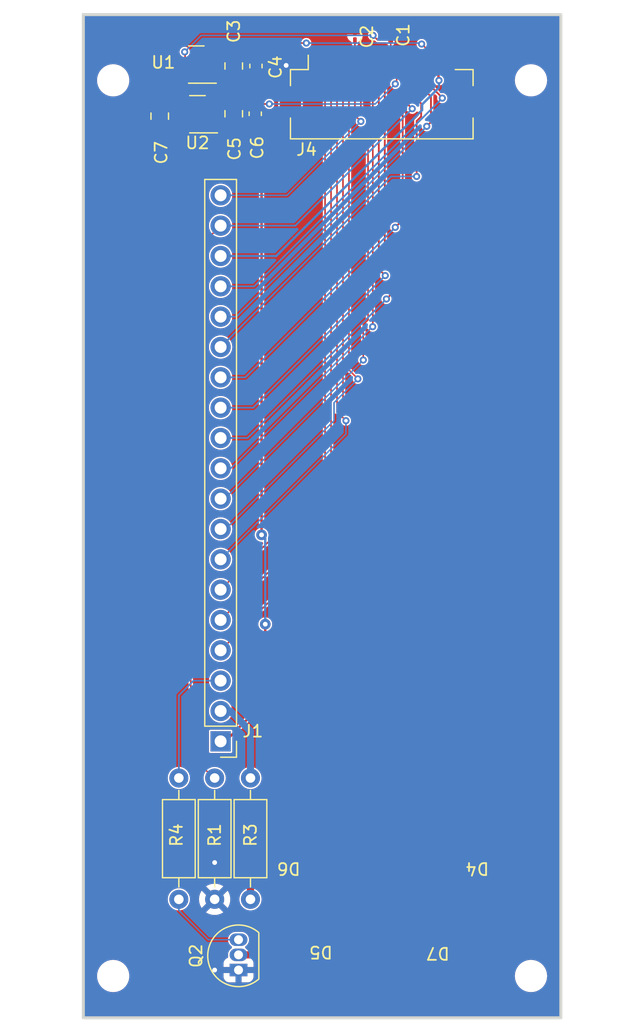
<source format=kicad_pcb>
(kicad_pcb (version 20211014) (generator pcbnew)
  (layers (0 "F.Cu" signal "Front") (31 "B.Cu" signal "Back") (34 "B.Paste" user) (35 "F.Paste" user) (36 "B.SilkS" user "B.Silkscreen") (37 "F.SilkS" user "F.Silkscreen") (38 "B.Mask" user) (39 "F.Mask" user) (44 "Edge.Cuts" user))
  (net 0 "")
  (net 1 "GND")
  (net 2 "3V3")
  (net 3 "/Camera Module/CSI_PCLK")
  (net 4 "CSI_2.8V")
  (net 5 "CSI_1.2V")
  (net 6 "/Camera Module/Vbat")
  (net 7 "/Camera Module/V_led_switch-")
  (net 8 "/Camera Module/CSI_D0")
  (net 9 "/Camera Module/CSI_D1")
  (net 10 "/Camera Module/CSI_D2")
  (net 11 "/Camera Module/CSI_D3")
  (net 12 "/Camera Module/CSI_D4")
  (net 13 "/Camera Module/CSI_D5")
  (net 14 "/Camera Module/CSI_D6")
  (net 15 "/Camera Module/CSI_D7")
  (net 16 "/Camera Module/CSI_MCLK")
  (net 17 "/Camera Module/CSI_HSYNC")
  (net 18 "/Camera Module/CSI_VSYNC")
  (net 19 "/Camera Module/CAM_RST")
  (net 20 "/Camera Module/TWI_SCK")
  (net 21 "/Camera Module/TWI_SDA")
  (net 22 "/Camera Module/PWDN")
  (net 26 "Net-(D5-Pad1)")
  (net 27 "Net-(Q2-Pad3)")
  (net 28 "Net-(D4-Pad2)")
  (net 29 "Net-(D4-Pad1)")
  (footprint "MountingHole:MountingHole_2.2mm_M2" (layer "F.Cu") (at 92.5 72.5)
    (fp_text reference "REF**" hide)
    (fp_text value "MountingHole_2.2mm_M2")
    (pad "" np_thru_hole circle (at 0 0) (size 2.2 2.2) (drill 2.2) (layers *.Cu *.Mask))
  )
  (footprint "LED:SFH 4253" (layer "F.Cu") (at 123 145.9 180)
    (fp_text reference "D7" (at 3.3 0.3 180 unlocked) (layer "F.SilkS"))
    (fp_text value "LED")
    (pad "1" smd roundrect (at 0 -2 180) (size 2.6 2.5) (layers "F.Cu" "F.Paste" "F.Mask") (net 26 "Net-(D5-Pad1)"))
    (pad "2" smd roundrect (at 0 2 180) (size 2.6 2.5) (layers "F.Cu" "F.Paste" "F.Mask") (net 29 "Net-(D4-Pad1)"))
  )
  (footprint "Capacitor_SMD:C_0603_1608Metric_Pad1.08x0.95mm_HandSolder" (layer "F.Cu") (at 104.4 75.3 -90)
    (fp_text reference "C6" (at 2.84 -0.16 90) (layer "F.SilkS"))
    (fp_text value "100n")
    (fp_line (start -0.146267 0.51) (end 0.146267 0.51) (layer "F.SilkS") (width 0.12))
    (fp_line (start -0.146267 -0.51) (end 0.146267 -0.51) (layer "F.SilkS") (width 0.12))
    (pad "1" smd roundrect (at -0.8625 0 270) (size 1.075 0.95) (layers "F.Cu" "F.Paste" "F.Mask") (net 5 "CSI_1.2V"))
    (pad "2" smd roundrect (at 0.8625 0 270) (size 1.075 0.95) (layers "F.Cu" "F.Paste" "F.Mask") (net 1 "GND"))
  )
  (footprint "Package_TO_SOT_THT:TO-92L_Inline" (layer "F.Cu") (at 103 147 90)
    (fp_text reference "Q2" (at 1.19 -3.56 90) (layer "F.SilkS"))
    (fp_text value "Q_NMOS_DSG")
    (fp_line (start -0.75 1.7) (end 3.1 1.7) (layer "F.SilkS") (width 0.12))
    (fp_arc (start -0.75 1.7) (mid 1.183448 -2.579449) (end 3.138611 1.690122) (layer "F.SilkS") (width 0.12))
    (pad "1" thru_hole rect (at 0 0 90) (size 1.05 1.5) (drill 0.75) (layers *.Cu *.Mask) (net 1 "GND"))
    (pad "2" thru_hole oval (at 1.27 0 90) (size 1.05 1.5) (drill 0.75) (layers *.Cu *.Mask) (net 26 "Net-(D5-Pad1)"))
    (pad "3" thru_hole oval (at 2.54 0 90) (size 1.05 1.5) (drill 0.75) (layers *.Cu *.Mask) (net 27 "Net-(Q2-Pad3)"))
  )
  (footprint "Capacitor_SMD:C_01005_0402Metric_Pad0.57x0.30mm_HandSolder" (layer "F.Cu") (at 112.75 68.84 -90)
    (fp_text reference "C2" (at 0 -1 90) (layer "F.SilkS"))
    (fp_text value "15pF")
    (pad "1" smd roundrect (at -0.3375 0 270) (size 0.575 0.3) (layers "F.Cu" "F.Mask") (net 1 "GND"))
    (pad "2" smd roundrect (at 0.3375 0 270) (size 0.575 0.3) (layers "F.Cu" "F.Mask") (net 3 "/Camera Module/CSI_PCLK"))
  )
  (footprint "Resistor_THT:R_Axial_DIN0207_L6.3mm_D2.5mm_P10.16mm_Horizontal" (layer "F.Cu") (at 101 141.08 90)
    (fp_text reference "R1" (at 5.38 0 90) (layer "F.SilkS"))
    (fp_text value "1k")
    (fp_line (start 9.12 0) (end 8.35 0) (layer "F.SilkS") (width 0.12))
    (fp_line (start 8.35 -1.37) (end 1.81 -1.37) (layer "F.SilkS") (width 0.12))
    (fp_line (start 1.81 1.37) (end 8.35 1.37) (layer "F.SilkS") (width 0.12))
    (fp_line (start 1.81 -1.37) (end 1.81 1.37) (layer "F.SilkS") (width 0.12))
    (fp_line (start 8.35 1.37) (end 8.35 -1.37) (layer "F.SilkS") (width 0.12))
    (fp_line (start 1.04 0) (end 1.81 0) (layer "F.SilkS") (width 0.12))
    (pad "1" thru_hole circle (at 0 0 90) (size 1.6 1.6) (drill 0.8) (layers *.Cu *.Mask) (net 1 "GND"))
    (pad "2" thru_hole oval (at 10.16 0 90) (size 1.6 1.6) (drill 0.8) (layers *.Cu *.Mask) (net 22 "/Camera Module/PWDN"))
  )
  (footprint "Package_TO_SOT_SMD:SOT-23" (layer "F.Cu") (at 99.56 75.34 180)
    (fp_text reference "U2" (at 0 -2.4) (layer "F.SilkS"))
    (fp_text value "XC6206-1.2V")
    (fp_line (start 0 1.56) (end 0.65 1.56) (layer "F.SilkS") (width 0.12))
    (fp_line (start 0 -1.56) (end -1.675 -1.56) (layer "F.SilkS") (width 0.12))
    (fp_line (start 0 -1.56) (end 0.65 -1.56) (layer "F.SilkS") (width 0.12))
    (fp_line (start 0 1.56) (end -0.65 1.56) (layer "F.SilkS") (width 0.12))
    (pad "1" smd roundrect (at -0.9375 -0.95 180) (size 1.475 0.6) (layers "F.Cu" "F.Paste" "F.Mask") (net 1 "GND"))
    (pad "2" smd roundrect (at -0.9375 0.95 180) (size 1.475 0.6) (layers "F.Cu" "F.Paste" "F.Mask") (net 5 "CSI_1.2V"))
    (pad "3" smd roundrect (at 0.9375 0 180) (size 1.475 0.6) (layers "F.Cu" "F.Paste" "F.Mask") (net 2 "3V3"))
  )
  (footprint "Resistor_THT:R_Axial_DIN0207_L6.3mm_D2.5mm_P10.16mm_Horizontal" (layer "F.Cu") (at 104 130.92 -90)
    (fp_text reference "R3" (at 4.78 0 90) (layer "F.SilkS"))
    (fp_text value "R")
    (fp_line (start 8.35 -1.37) (end 1.81 -1.37) (layer "F.SilkS") (width 0.12))
    (fp_line (start 1.04 0) (end 1.81 0) (layer "F.SilkS") (width 0.12))
    (fp_line (start 1.81 1.37) (end 8.35 1.37) (layer "F.SilkS") (width 0.12))
    (fp_line (start 9.12 0) (end 8.35 0) (layer "F.SilkS") (width 0.12))
    (fp_line (start 8.35 1.37) (end 8.35 -1.37) (layer "F.SilkS") (width 0.12))
    (fp_line (start 1.81 -1.37) (end 1.81 1.37) (layer "F.SilkS") (width 0.12))
    (pad "1" thru_hole circle (at 0 0 270) (size 1.6 1.6) (drill 0.8) (layers *.Cu *.Mask) (net 6 "/Camera Module/Vbat"))
    (pad "2" thru_hole oval (at 10.16 0 270) (size 1.6 1.6) (drill 0.8) (layers *.Cu *.Mask) (net 28 "Net-(D4-Pad2)"))
  )
  (footprint "MountingHole:MountingHole_2.2mm_M2" (layer "F.Cu") (at 92.5 147.5)
    (fp_text reference "REF**" hide)
    (fp_text value "MountingHole_2.2mm_M2")
    (pad "" np_thru_hole circle (at 0 0) (size 2.2 2.2) (drill 2.2) (layers *.Cu *.Mask))
  )
  (footprint "LED:SFH 4253" (layer "F.Cu") (at 107.2 134 180)
    (fp_text reference "D6" (at 0 -4.5 180 unlocked) (layer "F.SilkS"))
    (fp_text value "LED")
    (pad "1" smd roundrect (at 0 -2 180) (size 2.6 2.5) (layers "F.Cu" "F.Paste" "F.Mask") (net 29 "Net-(D4-Pad1)"))
    (pad "2" smd roundrect (at 0 2 180) (size 2.6 2.5) (layers "F.Cu" "F.Paste" "F.Mask") (net 28 "Net-(D4-Pad2)"))
  )
  (footprint "Connector_FFC-FPC:Hirose_FH12-24S-0.5SH_1x24-1MP_P0.50mm_Horizontal" (layer "F.Cu") (at 115 72.9)
    (fp_text reference "J4" (at -6.3 5.4) (layer "F.SilkS"))
    (fp_text value "Camera Connector")
    (fp_line (start -7.65 -1.3) (end -7.65 0.04) (layer "F.SilkS") (width 0.12))
    (fp_line (start 7.65 -1.3) (end 7.65 0.04) (layer "F.SilkS") (width 0.12))
    (fp_line (start -6.16 -1.3) (end -6.16 -2.5) (layer "F.SilkS") (width 0.12))
    (fp_line (start 7.65 4.5) (end 7.65 2.76) (layer "F.SilkS") (width 0.12))
    (fp_line (start -6.16 -1.3) (end -7.65 -1.3) (layer "F.SilkS") (width 0.12))
    (fp_line (start 6.16 -1.3) (end 7.65 -1.3) (layer "F.SilkS") (width 0.12))
    (fp_line (start -7.65 2.76) (end -7.65 4.5) (layer "F.SilkS") (width 0.12))
    (fp_line (start -7.65 4.5) (end 7.65 4.5) (layer "F.SilkS") (width 0.12))
    (pad "1" smd rect (at -5.75 -1.85) (size 0.3 1.3) (layers "F.Cu" "F.Paste" "F.Mask"))
    (pad "2" smd rect (at -5.25 -1.85) (size 0.3 1.3) (layers "F.Cu" "F.Paste" "F.Mask"))
    (pad "3" smd rect (at -4.75 -1.85) (size 0.3 1.3) (layers "F.Cu" "F.Paste" "F.Mask") (net 10 "/Camera Module/CSI_D2"))
    (pad "4" smd rect (at -4.25 -1.85) (size 0.3 1.3) (layers "F.Cu" "F.Paste" "F.Mask") (net 9 "/Camera Module/CSI_D1"))
    (pad "5" smd rect (at -3.75 -1.85) (size 0.3 1.3) (layers "F.Cu" "F.Paste" "F.Mask") (net 11 "/Camera Module/CSI_D3"))
    (pad "6" smd rect (at -3.25 -1.85) (size 0.3 1.3) (layers "F.Cu" "F.Paste" "F.Mask") (net 8 "/Camera Module/CSI_D0"))
    (pad "7" smd rect (at -2.75 -1.85) (size 0.3 1.3) (layers "F.Cu" "F.Paste" "F.Mask") (net 12 "/Camera Module/CSI_D4"))
    (pad "8" smd rect (at -2.25 -1.85) (size 0.3 1.3) (layers "F.Cu" "F.Paste" "F.Mask") (net 3 "/Camera Module/CSI_PCLK"))
    (pad "9" smd rect (at -1.75 -1.85) (size 0.3 1.3) (layers "F.Cu" "F.Paste" "F.Mask") (net 13 "/Camera Module/CSI_D5"))
    (pad "10" smd rect (at -1.25 -1.85) (size 0.3 1.3) (layers "F.Cu" "F.Paste" "F.Mask") (net 1 "GND"))
    (pad "11" smd rect (at -0.75 -1.85) (size 0.3 1.3) (layers "F.Cu" "F.Paste" "F.Mask") (net 14 "/Camera Module/CSI_D6"))
    (pad "12" smd rect (at -0.25 -1.85) (size 0.3 1.3) (layers "F.Cu" "F.Paste" "F.Mask") (net 16 "/Camera Module/CSI_MCLK"))
    (pad "13" smd rect (at 0.25 -1.85) (size 0.3 1.3) (layers "F.Cu" "F.Paste" "F.Mask") (net 15 "/Camera Module/CSI_D7"))
    (pad "14" smd rect (at 0.75 -1.85) (size 0.3 1.3) (layers "F.Cu" "F.Paste" "F.Mask") (net 2 "3V3"))
    (pad "15" smd rect (at 1.25 -1.85) (size 0.3 1.3) (layers "F.Cu" "F.Paste" "F.Mask") (net 5 "CSI_1.2V"))
    (pad "16" smd rect (at 1.75 -1.85) (size 0.3 1.3) (layers "F.Cu" "F.Paste" "F.Mask") (net 17 "/Camera Module/CSI_HSYNC"))
    (pad "17" smd rect (at 2.25 -1.85) (size 0.3 1.3) (layers "F.Cu" "F.Paste" "F.Mask") (net 22 "/Camera Module/PWDN"))
    (pad "18" smd rect (at 2.75 -1.85) (size 0.3 1.3) (layers "F.Cu" "F.Paste" "F.Mask") (net 18 "/Camera Module/CSI_VSYNC"))
    (pad "19" smd rect (at 3.25 -1.85) (size 0.3 1.3) (layers "F.Cu" "F.Paste" "F.Mask") (net 19 "/Camera Module/CAM_RST"))
    (pad "20" smd rect (at 3.75 -1.85) (size 0.3 1.3) (layers "F.Cu" "F.Paste" "F.Mask") (net 20 "/Camera Module/TWI_SCK"))
    (pad "21" smd rect (at 4.25 -1.85) (size 0.3 1.3) (layers "F.Cu" "F.Paste" "F.Mask") (net 4 "CSI_2.8V"))
    (pad "22" smd rect (at 4.75 -1.85) (size 0.3 1.3) (layers "F.Cu" "F.Paste" "F.Mask") (net 21 "/Camera Module/TWI_SDA"))
    (pad "23" smd rect (at 5.25 -1.85) (size 0.3 1.3) (layers "F.Cu" "F.Paste" "F.Mask") (net 1 "GND"))
    (pad "24" smd rect (at 5.75 -1.85) (size 0.3 1.3) (layers "F.Cu" "F.Paste" "F.Mask"))
    (pad "MP" smd rect (at -7.65 1.4) (size 1.8 2.2) (layers "F.Cu" "F.Paste" "F.Mask"))
    (pad "MP" smd rect (at 7.65 1.4) (size 1.8 2.2) (layers "F.Cu" "F.Paste" "F.Mask"))
  )
  (footprint "Connector_PinHeader_2.54mm:PinHeader_1x19_P2.54mm_Vertical" (layer "F.Cu") (at 101.5 127.85 180)
    (fp_text reference "J1" (at -2.7 0.85) (layer "F.SilkS"))
    (fp_text value "Conn_01x19_Female")
    (fp_line (start -1.33 1.27) (end -1.33 47.05) (layer "F.SilkS") (width 0.12))
    (fp_line (start -1.33 1.27) (end 1.33 1.27) (layer "F.SilkS") (width 0.12))
    (fp_line (start -1.33 0) (end -1.33 -1.33) (layer "F.SilkS") (width 0.12))
    (fp_line (start 1.33 1.27) (end 1.33 47.05) (layer "F.SilkS") (width 0.12))
    (fp_line (start -1.33 47.05) (end 1.33 47.05) (layer "F.SilkS") (width 0.12))
    (fp_line (start -1.33 -1.33) (end 0 -1.33) (layer "F.SilkS") (width 0.12))
    (pad "1" thru_hole rect (at 0 0 180) (size 1.7 1.7) (drill 1) (layers *.Cu *.Mask) (net 2 "3V3"))
    (pad "2" thru_hole oval (at 0 2.54 180) (size 1.7 1.7) (drill 1) (layers *.Cu *.Mask) (net 6 "/Camera Module/Vbat"))
    (pad "3" thru_hole oval (at 0 5.08 180) (size 1.7 1.7) (drill 1) (layers *.Cu *.Mask) (net 7 "/Camera Module/V_led_switch-"))
    (pad "4" thru_hole oval (at 0 7.62 180) (size 1.7 1.7) (drill 1) (layers *.Cu *.Mask) (net 8 "/Camera Module/CSI_D0"))
    (pad "5" thru_hole oval (at 0 10.16 180) (size 1.7 1.7) (drill 1) (layers *.Cu *.Mask) (net 9 "/Camera Module/CSI_D1"))
    (pad "6" thru_hole oval (at 0 12.7 180) (size 1.7 1.7) (drill 1) (layers *.Cu *.Mask) (net 10 "/Camera Module/CSI_D2"))
    (pad "7" thru_hole oval (at 0 15.24 180) (size 1.7 1.7) (drill 1) (layers *.Cu *.Mask) (net 11 "/Camera Module/CSI_D3"))
    (pad "8" thru_hole oval (at 0 17.78 180) (size 1.7 1.7) (drill 1) (layers *.Cu *.Mask) (net 12 "/Camera Module/CSI_D4"))
    (pad "9" thru_hole oval (at 0 20.32 180) (size 1.7 1.7) (drill 1) (layers *.Cu *.Mask) (net 13 "/Camera Module/CSI_D5"))
    (pad "10" thru_hole oval (at 0 22.86 180) (size 1.7 1.7) (drill 1) (layers *.Cu *.Mask) (net 14 "/Camera Module/CSI_D6"))
    (pad "11" thru_hole oval (at 0 25.4 180) (size 1.7 1.7) (drill 1) (layers *.Cu *.Mask) (net 15 "/Camera Module/CSI_D7"))
    (pad "12" thru_hole oval (at 0 27.94 180) (size 1.7 1.7) (drill 1) (layers *.Cu *.Mask) (net 16 "/Camera Module/CSI_MCLK"))
    (pad "13" thru_hole oval (at 0 30.48 180) (size 1.7 1.7) (drill 1) (layers *.Cu *.Mask) (net 17 "/Camera Module/CSI_HSYNC"))
    (pad "14" thru_hole oval (at 0 33.02 180) (size 1.7 1.7) (drill 1) (layers *.Cu *.Mask) (net 18 "/Camera Module/CSI_VSYNC"))
    (pad "15" thru_hole oval (at 0 35.56 180) (size 1.7 1.7) (drill 1) (layers *.Cu *.Mask) (net 19 "/Camera Module/CAM_RST"))
    (pad "16" thru_hole oval (at 0 38.1 180) (size 1.7 1.7) (drill 1) (layers *.Cu *.Mask) (net 20 "/Camera Module/TWI_SCK"))
    (pad "17" thru_hole oval (at 0 40.64 180) (size 1.7 1.7) (drill 1) (layers *.Cu *.Mask) (net 21 "/Camera Module/TWI_SDA"))
    (pad "18" thru_hole oval (at 0 43.18 180) (size 1.7 1.7) (drill 1) (layers *.Cu *.Mask) (net 22 "/Camera Module/PWDN"))
    (pad "19" thru_hole oval (at 0 45.72 180) (size 1.7 1.7) (drill 1) (layers *.Cu *.Mask) (net 3 "/Camera Module/CSI_PCLK"))
  )
  (footprint "Resistor_THT:R_Axial_DIN0207_L6.3mm_D2.5mm_P10.16mm_Horizontal" (layer "F.Cu") (at 98 130.92 -90)
    (fp_text reference "R4" (at 4.78 0.2 90) (layer "F.SilkS"))
    (fp_text value "R")
    (fp_line (start 8.35 1.37) (end 8.35 -1.37) (layer "F.SilkS") (width 0.12))
    (fp_line (start 8.35 -1.37) (end 1.81 -1.37) (layer "F.SilkS") (width 0.12))
    (fp_line (start 9.12 0) (end 8.35 0) (layer "F.SilkS") (width 0.12))
    (fp_line (start 1.81 -1.37) (end 1.81 1.37) (layer "F.SilkS") (width 0.12))
    (fp_line (start 1.81 1.37) (end 8.35 1.37) (layer "F.SilkS") (width 0.12))
    (fp_line (start 1.04 0) (end 1.81 0) (layer "F.SilkS") (width 0.12))
    (pad "1" thru_hole circle (at 0 0 270) (size 1.6 1.6) (drill 0.8) (layers *.Cu *.Mask) (net 7 "/Camera Module/V_led_switch-"))
    (pad "2" thru_hole oval (at 10.16 0 270) (size 1.6 1.6) (drill 0.8) (layers *.Cu *.Mask) (net 27 "Net-(Q2-Pad3)"))
  )
  (footprint "Capacitor_SMD:C_0201_0603Metric_Pad0.64x0.40mm_HandSolder" (layer "F.Cu") (at 115.75 68.71 -90)
    (fp_text reference "C1" (at 0 -1.05 90) (layer "F.SilkS"))
    (fp_text value "100n")
    (pad "1" smd roundrect (at -0.4075 0 270) (size 0.635 0.4) (layers "F.Cu" "F.Mask") (net 1 "GND"))
    (pad "2" smd roundrect (at 0.4075 0 270) (size 0.635 0.4) (layers "F.Cu" "F.Mask") (net 2 "3V3"))
  )
  (footprint "LED:SFH 4253" (layer "F.Cu") (at 123 134 180)
    (fp_text reference "D4" (at 0 -4.5 180 unlocked) (layer "F.SilkS"))
    (fp_text value "LED")
    (pad "1" smd roundrect (at 0 -2 180) (size 2.6 2.5) (layers "F.Cu" "F.Paste" "F.Mask") (net 29 "Net-(D4-Pad1)"))
    (pad "2" smd roundrect (at 0 2 180) (size 2.6 2.5) (layers "F.Cu" "F.Paste" "F.Mask") (net 28 "Net-(D4-Pad2)"))
  )
  (footprint "MountingHole:MountingHole_2.2mm_M2" (layer "F.Cu") (at 127.5 72.5)
    (fp_text reference "REF**" hide)
    (fp_text value "MountingHole_2.2mm_M2")
    (pad "" np_thru_hole circle (at 0 0) (size 2.2 2.2) (drill 2.2) (layers *.Cu *.Mask))
  )
  (footprint "Capacitor_SMD:C_0805_2012Metric_Pad1.18x1.45mm_HandSolder" (layer "F.Cu") (at 102.6 71.3 -90)
    (fp_text reference "C3" (at -2.9 0 90) (layer "F.SilkS"))
    (fp_text value "10u")
    (fp_line (start -0.261252 0.735) (end 0.261252 0.735) (layer "F.SilkS") (width 0.12))
    (fp_line (start -0.261252 -0.735) (end 0.261252 -0.735) (layer "F.SilkS") (width 0.12))
    (pad "1" smd roundrect (at -1.0375 0 270) (size 1.175 1.45) (layers "F.Cu" "F.Paste" "F.Mask") (roundrect_rratio 0.2127659574) (net 4 "CSI_2.8V"))
    (pad "2" smd roundrect (at 1.0375 0 270) (size 1.175 1.45) (layers "F.Cu" "F.Paste" "F.Mask") (roundrect_rratio 0.2127659574) (net 1 "GND"))
  )
  (footprint "Package_TO_SOT_SMD:SOT-23" (layer "F.Cu") (at 99.46 71.18 180)
    (fp_text reference "U1" (at 2.76 0.18) (layer "F.SilkS"))
    (fp_text value "XC6206-2.8V")
    (fp_line (start 0 -1.56) (end -1.675 -1.56) (layer "F.SilkS") (width 0.12))
    (fp_line (start 0 1.56) (end 0.65 1.56) (layer "F.SilkS") (width 0.12))
    (fp_line (start 0 1.56) (end -0.65 1.56) (layer "F.SilkS") (width 0.12))
    (fp_line (start 0 -1.56) (end 0.65 -1.56) (layer "F.SilkS") (width 0.12))
    (pad "1" smd roundrect (at -0.9375 -0.95 180) (size 1.475 0.6) (layers "F.Cu" "F.Paste" "F.Mask") (net 1 "GND"))
    (pad "2" smd roundrect (at -0.9375 0.95 180) (size 1.475 0.6) (layers "F.Cu" "F.Paste" "F.Mask") (net 4 "CSI_2.8V"))
    (pad "3" smd roundrect (at 0.9375 0 180) (size 1.475 0.6) (layers "F.Cu" "F.Paste" "F.Mask") (net 2 "3V3"))
  )
  (footprint "MountingHole:MountingHole_2.2mm_M2" (layer "F.Cu") (at 127.5 147.5)
    (fp_text reference "REF**" hide)
    (fp_text value "MountingHole_2.2mm_M2")
    (pad "" np_thru_hole circle (at 0 0) (size 2.2 2.2) (drill 2.2) (layers *.Cu *.Mask))
  )
  (footprint "Capacitor_SMD:C_0805_2012Metric_Pad1.18x1.45mm_HandSolder" (layer "F.Cu") (at 96.4 75.5 -90)
    (fp_text reference "C7" (at 3.06 -0.12 90) (layer "F.SilkS"))
    (fp_text value "10u")
    (fp_line (start -0.261252 0.735) (end 0.261252 0.735) (layer "F.SilkS") (width 0.12))
    (fp_line (start -0.261252 -0.735) (end 0.261252 -0.735) (layer "F.SilkS") (width 0.12))
    (pad "1" smd roundrect (at -1.0375 0 270) (size 1.175 1.45) (layers "F.Cu" "F.Paste" "F.Mask") (roundrect_rratio 0.2127659574) (net 2 "3V3"))
    (pad "2" smd roundrect (at 1.0375 0 270) (size 1.175 1.45) (layers "F.Cu" "F.Paste" "F.Mask") (roundrect_rratio 0.2127659574) (net 1 "GND"))
  )
  (footprint "LED:SFH 4253" (layer "F.Cu") (at 107 145.9 180)
    (fp_text reference "D5" (at -2.9 0.4 180 unlocked) (layer "F.SilkS"))
    (fp_text value "LED")
    (pad "1" smd roundrect (at 0 -2 180) (size 2.6 2.5) (layers "F.Cu" "F.Paste" "F.Mask") (net 26 "Net-(D5-Pad1)"))
    (pad "2" smd roundrect (at 0 2 180) (size 2.6 2.5) (layers "F.Cu" "F.Paste" "F.Mask") (net 29 "Net-(D4-Pad1)"))
  )
  (footprint "Capacitor_SMD:C_0805_2012Metric_Pad1.18x1.45mm_HandSolder" (layer "F.Cu") (at 102.6 75.3 -90)
    (fp_text reference "C5" (at 2.94 -0.06 90) (layer "F.SilkS"))
    (fp_text value "10u")
    (fp_line (start -0.261252 0.735) (end 0.261252 0.735) (layer "F.SilkS") (width 0.12))
    (fp_line (start -0.261252 -0.735) (end 0.261252 -0.735) (layer "F.SilkS") (width 0.12))
    (pad "1" smd roundrect (at -1.0375 0 270) (size 1.175 1.45) (layers "F.Cu" "F.Paste" "F.Mask") (roundrect_rratio 0.2127659574) (net 5 "CSI_1.2V"))
    (pad "2" smd roundrect (at 1.0375 0 270) (size 1.175 1.45) (layers "F.Cu" "F.Paste" "F.Mask") (roundrect_rratio 0.2127659574) (net 1 "GND"))
  )
  (footprint "Capacitor_SMD:C_0603_1608Metric_Pad1.08x0.95mm_HandSolder" (layer "F.Cu") (at 104.46 71.3 -90)
    (fp_text reference "C4" (at 0.1 -1.64 90) (layer "F.SilkS"))
    (fp_text value "100n")
    (fp_line (start -0.146267 -0.51) (end 0.146267 -0.51) (layer "F.SilkS") (width 0.12))
    (fp_line (start -0.146267 0.51) (end 0.146267 0.51) (layer "F.SilkS") (width 0.12))
    (pad "1" smd roundrect (at -0.8625 0 270) (size 1.075 0.95) (layers "F.Cu" "F.Paste" "F.Mask") (net 4 "CSI_2.8V"))
    (pad "2" smd roundrect (at 0.8625 0 270) (size 1.075 0.95) (layers "F.Cu" "F.Paste" "F.Mask") (net 1 "GND"))
  )
  (gr_rect (start 90 67) (end 130 151) (layer "Edge.Cuts") (width 0.254) (fill none))
  (via (at 101 147) (size 0.9) (drill 0.4) (layers "F.Cu" "B.Cu") (net 1))
  (via (at 106.99 71.25) (size 0.9) (drill 0.4) (layers "F.Cu" "B.Cu") (net 1))
  (via (at 101 138) (size 0.9) (drill 0.4) (layers "F.Cu" "B.Cu") (net 1))
  (segment (start 104.93 81.33) (end 102.06 78.46) (width 0.2) (layer "F.Cu") (net 2))
  (segment (start 101.89 127.85) (end 103.87 125.87) (width 0.2) (layer "F.Cu") (net 2))
  (segment (start 115.75 69.1175) (end 114.6475 69.1175) (width 0.127) (layer "F.Cu") (net 2))
  (segment (start 105.24 124.5) (end 105.24 118.04) (width 0.2) (layer "F.Cu") (net 2))
  (segment (start 102.06 78.46) (end 99.09 78.46) (width 0.2) (layer "F.Cu") (net 2))
  (segment (start 103.87 125.87) (end 105.24 124.5) (width 0.2) (layer "F.Cu") (net 2))
  (segment (start 98.6225 75.34) (end 97.745 74.4625) (width 0.127) (layer "F.Cu") (net 2))
  (segment (start 96.4 74.4625) (end 96.4 73.3025) (width 0.127) (layer "F.Cu") (net 2))
  (segment (start 115.75 69.1175) (end 115.75 71.05) (width 0.127) (layer "F.Cu") (net 2))
  (segment (start 98.6225 77.9925) (end 98.6225 75.34) (width 0.2) (layer "F.Cu") (net 2))
  (segment (start 114.6475 69.1175) (end 114.27 68.74) (width 0.127) (layer "F.Cu") (net 2))
  (segment (start 98.49 70.12) (end 98.5225 70.1525) (width 0.127) (layer "F.Cu") (net 2))
  (segment (start 101.5 127.85) (end 101.89 127.85) (width 0.2) (layer "F.Cu") (net 2))
  (segment (start 97.745 74.4625) (end 96.4 74.4625) (width 0.127) (layer "F.Cu") (net 2))
  (segment (start 98.5225 70.1525) (end 98.5225 71.18) (width 0.127) (layer "F.Cu") (net 2))
  (segment (start 96.4 73.3025) (end 98.5225 71.18) (width 0.127) (layer "F.Cu") (net 2))
  (segment (start 104.93 110.56) (end 104.93 81.33) (width 0.2) (layer "F.Cu") (net 2))
  (segment (start 99.09 78.46) (end 98.6225 77.9925) (width 0.2) (layer "F.Cu") (net 2))
  (via (at 98.49 70.12) (size 0.6) (drill 0.3) (layers "F.Cu" "B.Cu") (net 2))
  (via (at 114.27 68.74) (size 0.6) (drill 0.3) (layers "F.Cu" "B.Cu") (net 2))
  (via (at 104.93 110.56) (size 0.9) (drill 0.4) (layers "F.Cu" "B.Cu") (net 2))
  (via (at 105.24 118.04) (size 0.9) (drill 0.4) (layers "F.Cu" "B.Cu") (net 2))
  (segment (start 105.24 110.87) (end 104.93 110.56) (width 0.2) (layer "B.Cu") (net 2))
  (segment (start 99.87 68.74) (end 98.49 70.12) (width 0.127) (layer "B.Cu") (net 2))
  (segment (start 114.27 68.74) (end 99.87 68.74) (width 0.127) (layer "B.Cu") (net 2))
  (segment (start 105.24 118.04) (end 105.24 110.87) (width 0.2) (layer "B.Cu") (net 2))
  (segment (start 112.75 69.1775) (end 112.75 71.05) (width 0.127) (layer "F.Cu") (net 3))
  (segment (start 112.75 75.44) (end 113.25 75.94) (width 0.127) (layer "F.Cu") (net 3))
  (segment (start 112.75 71.05) (end 112.75 75.44) (width 0.127) (layer "F.Cu") (net 3))
  (via (at 113.25 75.94) (size 0.6) (drill 0.3) (layers "F.Cu" "B.Cu") (net 3))
  (segment (start 107.06 82.13) (end 101.5 82.13) (width 0.127) (layer "B.Cu") (net 3))
  (segment (start 113.25 75.94) (end 107.06 82.13) (width 0.127) (layer "B.Cu") (net 3))
  (segment (start 119.25 71.05) (end 119.25 70.36) (width 0.127) (layer "F.Cu") (net 4))
  (segment (start 118.4 69.51) (end 118.35 69.46) (width 0.127) (layer "F.Cu") (net 4))
  (segment (start 104.46 70.4375) (end 102.775 70.4375) (width 0.127) (layer "F.Cu") (net 4))
  (segment (start 108.68 69.38) (end 105.5175 69.38) (width 0.127) (layer "F.Cu") (net 4))
  (segment (start 119.25 70.36) (end 118.4 69.51) (width 0.127) (layer "F.Cu") (net 4))
  (segment (start 105.5175 69.38) (end 104.46 70.4375) (width 0.127) (layer "F.Cu") (net 4))
  (segment (start 102.6 70.2625) (end 100.43 70.2625) (width 0.127) (layer "F.Cu") (net 4))
  (segment (start 100.43 70.2625) (end 100.3975 70.23) (width 0.127) (layer "F.Cu") (net 4))
  (segment (start 102.775 70.4375) (end 102.6 70.2625) (width 0.127) (layer "F.Cu") (net 4))
  (segment (start 118.35 69.46) (end 118.34 69.46) (width 0.127) (layer "F.Cu") (net 4))
  (via (at 108.68 69.38) (size 0.6) (drill 0.3) (layers "F.Cu" "B.Cu") (net 4))
  (via (at 118.34 69.46) (size 0.6) (drill 0.3) (layers "F.Cu" "B.Cu") (net 4))
  (segment (start 118.26 69.38) (end 108.68 69.38) (width 0.127) (layer "B.Cu") (net 4))
  (segment (start 118.34 69.46) (end 118.26 69.38) (width 0.127) (layer "B.Cu") (net 4))
  (segment (start 116.25 72.68) (end 116.13 72.8) (width 0.127) (layer "F.Cu") (net 5))
  (segment (start 104.4425 74.48) (end 104.4 74.4375) (width 0.127) (layer "F.Cu") (net 5))
  (segment (start 104.4 74.4375) (end 102.775 74.4375) (width 0.127) (layer "F.Cu") (net 5))
  (segment (start 102.6 74.2625) (end 100.625 74.2625) (width 0.127) (layer "F.Cu") (net 5))
  (segment (start 105.58 74.48) (end 104.4425 74.48) (width 0.127) (layer "F.Cu") (net 5))
  (segment (start 102.775 74.4375) (end 102.6 74.2625) (width 0.127) (layer "F.Cu") (net 5))
  (segment (start 116.25 71.05) (end 116.25 72.68) (width 0.127) (layer "F.Cu") (net 5))
  (segment (start 100.625 74.2625) (end 100.4975 74.39) (width 0.127) (layer "F.Cu") (net 5))
  (via (at 116.13 72.8) (size 0.6) (drill 0.3) (layers "F.Cu" "B.Cu") (net 5))
  (via (at 105.58 74.48) (size 0.6) (drill 0.3) (layers "F.Cu" "B.Cu") (net 5))
  (segment (start 116.13 72.8) (end 114.45 74.48) (width 0.127) (layer "B.Cu") (net 5))
  (segment (start 114.45 74.48) (end 105.58 74.48) (width 0.127) (layer "B.Cu") (net 5))
  (segment (start 104 127) (end 102.31 125.31) (width 0.6) (layer "B.Cu") (net 6))
  (segment (start 102.31 125.31) (end 101.5 125.31) (width 0.6) (layer "B.Cu") (net 6))
  (segment (start 104 130.92) (end 104 127) (width 0.6) (layer "B.Cu") (net 6))
  (segment (start 98 124) (end 98 130.92) (width 0.15) (layer "B.Cu") (net 7))
  (segment (start 101.5 122.77) (end 99.23 122.77) (width 0.15) (layer "B.Cu") (net 7))
  (segment (start 99.23 122.77) (end 98 124) (width 0.15) (layer "B.Cu") (net 7))
  (segment (start 111.75 99.25) (end 113 100.5) (width 0.127) (layer "F.Cu") (net 8))
  (segment (start 113 108.73) (end 101.5 120.23) (width 0.127) (layer "F.Cu") (net 8))
  (segment (start 111.75 71.05) (end 111.75 99.25) (width 0.127) (layer "F.Cu") (net 8))
  (segment (start 113 100.5) (end 113 108.73) (width 0.127) (layer "F.Cu") (net 8))
  (segment (start 110.75 71.05) (end 110.75 108.44) (width 0.127) (layer "F.Cu") (net 9))
  (segment (start 110.75 108.44) (end 101.5 117.69) (width 0.127) (layer "F.Cu") (net 9))
  (segment (start 110.25 71.05) (end 110.25 106.4) (width 0.127) (layer "F.Cu") (net 10))
  (segment (start 110.25 106.4) (end 101.5 115.15) (width 0.127) (layer "F.Cu") (net 10))
  (segment (start 111.25 71.05) (end 111.25 100.25) (width 0.127) (layer "F.Cu") (net 11))
  (segment (start 111.25 100.25) (end 112 101) (width 0.127) (layer "F.Cu") (net 11))
  (via (at 112 101) (size 0.6) (drill 0.3) (layers "F.Cu" "B.Cu") (net 11))
  (segment (start 112 102.11) (end 101.5 112.61) (width 0.127) (layer "B.Cu") (net 11))
  (segment (start 112 101) (end 112 102.11) (width 0.127) (layer "B.Cu") (net 11))
  (segment (start 112.25 71.05) (end 112.25 96.75) (width 0.127) (layer "F.Cu") (net 12))
  (segment (start 112.25 96.75) (end 113 97.5) (width 0.127) (layer "F.Cu") (net 12))
  (via (at 113 97.5) (size 0.6) (drill 0.3) (layers "F.Cu" "B.Cu") (net 12))
  (segment (start 111 101) (end 101.93 110.07) (width 0.127) (layer "B.Cu") (net 12))
  (segment (start 111 99.5) (end 111 101) (width 0.127) (layer "B.Cu") (net 12))
  (segment (start 113 97.5) (end 111 99.5) (width 0.127) (layer "B.Cu") (net 12))
  (segment (start 101.93 110.07) (end 101.5 110.07) (width 0.127) (layer "B.Cu") (net 12))
  (segment (start 113.85 92.56) (end 113.61 92.8) (width 0.127) (layer "F.Cu") (net 13))
  (segment (start 113.85 75.31) (end 113.85 78.43) (width 0.127) (layer "F.Cu") (net 13))
  (segment (start 113.61 92.8) (end 113.45 92.96) (width 0.127) (layer "F.Cu") (net 13))
  (segment (start 113.85 78.43) (end 113.85 91.71) (width 0.127) (layer "F.Cu") (net 13))
  (segment (start 113.65 75.11) (end 113.85 75.31) (width 0.127) (layer "F.Cu") (net 13))
  (segment (start 113.85 91.71) (end 113.85 92.56) (width 0.127) (layer "F.Cu") (net 13))
  (segment (start 113.25 74.71) (end 113.65 75.11) (width 0.127) (layer "F.Cu") (net 13))
  (segment (start 113.25 71.05) (end 113.25 74.71) (width 0.127) (layer "F.Cu") (net 13))
  (segment (start 113.45 92.96) (end 113.45 95.92) (width 0.127) (layer "F.Cu") (net 13))
  (via (at 113.45 95.92) (size 0.6) (drill 0.3) (layers "F.Cu" "B.Cu") (net 13))
  (segment (start 101.84 107.53) (end 101.5 107.53) (width 0.127) (layer "B.Cu") (net 13))
  (segment (start 113.45 95.92) (end 101.84 107.53) (width 0.127) (layer "B.Cu") (net 13))
  (segment (start 114.24 93.1) (end 114.24 93.13) (width 0.127) (layer "F.Cu") (net 14))
  (segment (start 114.25 93.09) (end 114.24 93.1) (width 0.127) (layer "F.Cu") (net 14))
  (segment (start 114.25 71.05) (end 114.25 93.09) (width 0.127) (layer "F.Cu") (net 14))
  (via (at 114.24 93.13) (size 0.6) (drill 0.3) (layers "F.Cu" "B.Cu") (net 14))
  (segment (start 114.21 93.13) (end 102.35 104.99) (width 0.127) (layer "B.Cu") (net 14))
  (segment (start 102.35 104.99) (end 101.5 104.99) (width 0.127) (layer "B.Cu") (net 14))
  (segment (start 114.24 93.13) (end 114.21 93.13) (width 0.127) (layer "B.Cu") (net 14))
  (segment (start 116.66 89) (end 116.66 89.54) (width 0.15) (layer "F.Cu") (net 15))
  (segment (start 115.25 71.05) (end 115.25 87.59) (width 0.15) (layer "F.Cu") (net 15))
  (segment (start 115.25 87.59) (end 116.66 89) (width 0.15) (layer "F.Cu") (net 15))
  (segment (start 116.66 89.54) (end 115.39 90.81) (width 0.15) (layer "F.Cu") (net 15))
  (via (at 115.39 90.81) (size 0.6) (drill 0.3) (layers "F.Cu" "B.Cu") (net 15))
  (segment (start 103.75 102.45) (end 101.5 102.45) (width 0.15) (layer "B.Cu") (net 15))
  (segment (start 115.39 90.81) (end 103.75 102.45) (width 0.15) (layer "B.Cu") (net 15))
  (segment (start 114.75 71.05) (end 114.75 88.31) (width 0.15) (layer "F.Cu") (net 16))
  (segment (start 114.75 88.31) (end 115.29 88.85) (width 0.15) (layer "F.Cu") (net 16))
  (via (at 115.29 88.85) (size 0.6) (drill 0.3) (layers "F.Cu" "B.Cu") (net 16))
  (segment (start 115.29 88.85) (end 104.23 99.91) (width 0.15) (layer "B.Cu") (net 16))
  (segment (start 104.23 99.91) (end 101.5 99.91) (width 0.15) (layer "B.Cu") (net 16))
  (segment (start 116.75 84.19) (end 116.13 84.81) (width 0.15) (layer "F.Cu") (net 17))
  (segment (start 116.75 71.05) (end 116.75 84.19) (width 0.15) (layer "F.Cu") (net 17))
  (via (at 116.13 84.81) (size 0.6) (drill 0.3) (layers "F.Cu" "B.Cu") (net 17))
  (segment (start 103.57 97.37) (end 101.5 97.37) (width 0.15) (layer "B.Cu") (net 17))
  (segment (start 116.13 84.81) (end 103.57 97.37) (width 0.15) (layer "B.Cu") (net 17))
  (segment (start 117.75 71.05) (end 117.75 73.89) (width 0.15) (layer "F.Cu") (net 18))
  (segment (start 118.25 75.58) (end 117.92 75.91) (width 0.15) (layer "F.Cu") (net 18))
  (segment (start 117.92 75.91) (end 117.92 80.55) (width 0.15) (layer "F.Cu") (net 18))
  (segment (start 118.3 75.53) (end 118.25 75.58) (width 0.15) (layer "F.Cu") (net 18))
  (segment (start 118.3 74.44) (end 118.3 75.53) (width 0.15) (layer "F.Cu") (net 18))
  (segment (start 117.75 73.89) (end 118.3 74.44) (width 0.15) (layer "F.Cu") (net 18))
  (via (at 117.92 80.55) (size 0.6) (drill 0.3) (layers "F.Cu" "B.Cu") (net 18))
  (segment (start 117.92 80.55) (end 115.78 80.55) (width 0.15) (layer "B.Cu") (net 18))
  (segment (start 115.78 80.55) (end 101.5 94.83) (width 0.15) (layer "B.Cu") (net 18))
  (segment (start 119.12 76) (end 118.77 76.35) (width 0.15) (layer "F.Cu") (net 19))
  (segment (start 118.25 72.99) (end 119.12 73.86) (width 0.15) (layer "F.Cu") (net 19))
  (segment (start 118.25 71.05) (end 118.25 72.99) (width 0.15) (layer "F.Cu") (net 19))
  (segment (start 119.12 73.86) (end 119.12 76) (width 0.15) (layer "F.Cu") (net 19))
  (via (at 118.77 76.35) (size 0.6) (drill 0.3) (layers "F.Cu" "B.Cu") (net 19))
  (segment (start 118.77 76.35) (end 102.83 92.29) (width 0.15) (layer "B.Cu") (net 19))
  (segment (start 102.83 92.29) (end 101.5 92.29) (width 0.15) (layer "B.Cu") (net 19))
  (segment (start 118.75 72.64) (end 119.6 73.49) (width 0.15) (layer "F.Cu") (net 20))
  (segment (start 120.07 73.96) (end 120.07 73.99) (width 0.15) (layer "F.Cu") (net 20))
  (segment (start 118.75 71.05) (end 118.75 72.64) (width 0.15) (layer "F.Cu") (net 20))
  (segment (start 119.6 73.49) (end 120.07 73.96) (width 0.15) (layer "F.Cu") (net 20))
  (via (at 120.07 73.99) (size 0.6) (drill 0.3) (layers "F.Cu" "B.Cu") (net 20))
  (segment (start 104.31 89.75) (end 101.5 89.75) (width 0.15) (layer "B.Cu") (net 20))
  (segment (start 120.07 73.99) (end 104.31 89.75) (width 0.15) (layer "B.Cu") (net 20))
  (segment (start 119.75 71.05) (end 119.75 72.47) (width 0.2) (layer "F.Cu") (net 21))
  (segment (start 119.75 72.47) (end 119.79 72.51) (width 0.2) (layer "F.Cu") (net 21))
  (via (at 119.79 72.51) (size 0.6) (drill 0.3) (layers "F.Cu" "B.Cu") (net 21))
  (segment (start 119.79 73.11) (end 118.38 74.52) (width 0.2) (layer "B.Cu") (net 21))
  (segment (start 118.38 74.52) (end 118.38 74.99) (width 0.2) (layer "B.Cu") (net 21))
  (segment (start 118.38 74.99) (end 106.16 87.21) (width 0.2) (layer "B.Cu") (net 21))
  (segment (start 119.79 72.51) (end 119.79 73.11) (width 0.2) (layer "B.Cu") (net 21))
  (segment (start 106.16 87.21) (end 101.5 87.21) (width 0.2) (layer "B.Cu") (net 21))
  (segment (start 117.25 71.05) (end 117.25 74.58) (width 0.15) (layer "F.Cu") (net 22))
  (segment (start 99 87.17) (end 101.5 84.67) (width 0.127) (layer "F.Cu") (net 22))
  (segment (start 117.25 74.58) (end 117.55 74.88) (width 0.15) (layer "F.Cu") (net 22))
  (segment (start 99 129) (end 99 87.17) (width 0.127) (layer "F.Cu") (net 22))
  (segment (start 100.92 130.92) (end 99 129) (width 0.127) (layer "F.Cu") (net 22))
  (segment (start 101 130.92) (end 100.92 130.92) (width 0.127) (layer "F.Cu") (net 22))
  (via (at 117.55 74.88) (size 0.6) (drill 0.3) (layers "F.Cu" "B.Cu") (net 22))
  (segment (start 107.76 84.67) (end 101.5 84.67) (width 0.15) (layer "B.Cu") (net 22))
  (segment (start 117.55 74.88) (end 107.76 84.67) (width 0.15) (layer "B.Cu") (net 22))
  (segment (start 103 145.73) (end 104.83 145.73) (width 0.6) (layer "F.Cu") (net 26))
  (segment (start 107 147.9) (end 109.1 147.9) (width 0.6) (layer "F.Cu") (net 26))
  (segment (start 104.83 145.73) (end 107 147.9) (width 0.6) (layer "F.Cu") (net 26))
  (segment (start 109.1 147.9) (end 123 147.9) (width 0.6) (layer "F.Cu") (net 26))
  (segment (start 98 141.08) (end 98 142) (width 0.127) (layer "B.Cu") (net 27))
  (segment (start 98 142) (end 100.46 144.46) (width 0.127) (layer "B.Cu") (net 27))
  (segment (start 100.46 144.46) (end 103 144.46) (width 0.127) (layer "B.Cu") (net 27))
  (segment (start 123 132) (end 107.2 132) (width 0.6) (layer "F.Cu") (net 28))
  (segment (start 107 132) (end 104 135) (width 0.6) (layer "F.Cu") (net 28))
  (segment (start 107.2 132) (end 107 132) (width 0.6) (layer "F.Cu") (net 28))
  (segment (start 104 135) (end 104 141.08) (width 0.6) (layer "F.Cu") (net 28))
  (segment (start 123 143.9) (end 123 136) (width 0.6) (layer "F.Cu") (net 29))
  (segment (start 107 136.2) (end 107.2 136) (width 0.6) (layer "F.Cu") (net 29))
  (segment (start 107.2 136) (end 123 136) (width 0.6) (layer "F.Cu") (net 29))
  (segment (start 107 143.9) (end 107 136.2) (width 0.6) (layer "F.Cu") (net 29))
  (zone (net 1) (net_name "GND") (layers F&B.Cu) (connect_pads (clearance 0)) (min_thickness 0.254) (fill yes (thermal_gap 0.508) (thermal_bridge_width 0.508))
    (polygon (pts (xy 130 151) (xy 90 151.28) (xy 90 67) (xy 130 67)))
  )
)
</source>
